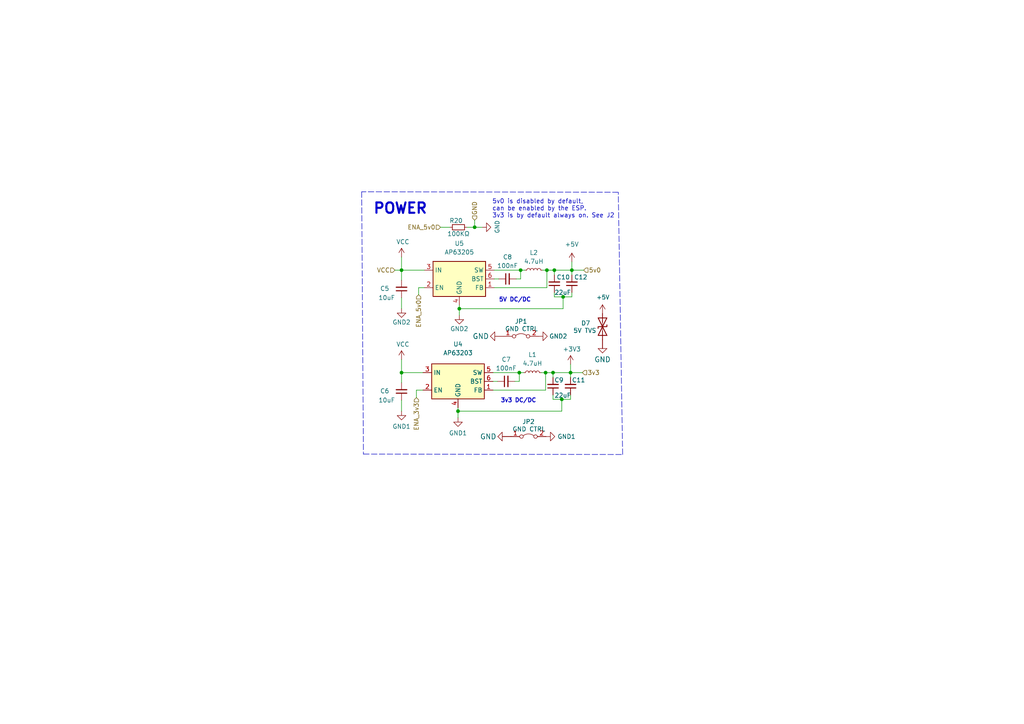
<source format=kicad_sch>
(kicad_sch (version 20211123) (generator eeschema)
  (paper "A4")
  (lib_symbols
    (symbol "Device:C_Small" (pin_numbers hide) (pin_names (offset 0.254) hide)
      (property "Reference" "C" (at 0.254 1.778 0))
      (property "Value" "C_Small" (at 0.254 -2.032 0))
      (symbol "C_Small_0_1"
        (polyline (pts (xy -1.524 -0.508) (xy 1.524 -0.508)) (stroke (width 0.3302)))
        (polyline (pts (xy -1.524 0.508) (xy 1.524 0.508)) (stroke (width 0.3048)))
      )
      (symbol "C_Small_1_1"
        (pin passive line (at 0 2.54 270) (length 2.032) (name "~") (number "1"))
        (pin passive line (at 0 -2.54 90) (length 2.032) (name "~") (number "2"))
      )
    )
    (symbol "Device:D_TVS" (pin_numbers hide) (pin_names (offset 1.016) hide)
      (property "Reference" "D" (at 0 2.54 0))
      (property "Value" "D_TVS" (at 0 -2.54 0))
      (symbol "D_TVS_0_1"
        (polyline (pts (xy 1.27 0) (xy -1.27 0)))
        (polyline (pts (xy 0.508 1.27) (xy 0 1.27) (xy 0 -1.27) (xy -0.508 -1.27)) (stroke (width 0.254)))
        (polyline (pts (xy -2.54 1.27) (xy -2.54 -1.27) (xy 2.54 1.27) (xy 2.54 -1.27) (xy -2.54 1.27)) (stroke (width 0.254)))
      )
      (symbol "D_TVS_1_1"
        (pin passive line (at -3.81 0 0) (length 2.54) (name "A1") (number "1"))
        (pin passive line (at 3.81 0 180) (length 2.54) (name "A2") (number "2"))
      )
    )
    (symbol "Device:L_Small" (pin_numbers hide) (pin_names (offset 0.254) hide)
      (property "Reference" "L" (at 0.762 1.016 0))
      (property "Value" "L_Small" (at 0.762 -1.016 0))
      (symbol "L_Small_0_1"
        (arc (start 0 -2.032) (mid 0.508 -1.524) (end 0 -1.016))
        (arc (start 0 -1.016) (mid 0.508 -0.508) (end 0 0))
        (arc (start 0 0) (mid 0.508 0.508) (end 0 1.016))
        (arc (start 0 1.016) (mid 0.508 1.524) (end 0 2.032))
      )
      (symbol "L_Small_1_1"
        (pin passive line (at 0 2.54 270) (length 0.508) (name "~") (number "1"))
        (pin passive line (at 0 -2.54 90) (length 0.508) (name "~") (number "2"))
      )
    )
    (symbol "Device:R_Small" (pin_numbers hide) (pin_names (offset 0.254) hide)
      (property "Reference" "R" (at 0.762 0.508 0))
      (property "Value" "R_Small" (at 0.762 -1.016 0))
      (symbol "R_Small_0_1"
        (rectangle (start -0.762 1.778) (end 0.762 -1.778) (stroke (width 0.2032)))
      )
      (symbol "R_Small_1_1"
        (pin passive line (at 0 2.54 270) (length 0.762) (name "~") (number "1"))
        (pin passive line (at 0 -2.54 90) (length 0.762) (name "~") (number "2"))
      )
    )
    (symbol "Jumper:Jumper_2_Bridged" (pin_names (offset 0) hide)
      (property "Reference" "JP" (at 0 1.905 0))
      (property "Value" "Jumper_2_Bridged" (at 0 -2.54 0))
      (symbol "Jumper_2_Bridged_0_0"
        (circle (center -2.032 0) (radius 0.508))
        (circle (center 2.032 0) (radius 0.508))
      )
      (symbol "Jumper_2_Bridged_0_1"
        (arc (start 1.524 0.254) (mid 0 0.762) (end -1.524 0.254))
      )
      (symbol "Jumper_2_Bridged_1_1"
        (pin passive line (at -5.08 0 0) (length 2.54) (name "A") (number "1"))
        (pin passive line (at 5.08 0 180) (length 2.54) (name "B") (number "2"))
      )
    )
    (symbol "PDB_Symbols:GND" (power) (pin_names (offset 1.016))
      (property "Value" "GND" (at -1.905 -3.175 0))
      (symbol "GND_1_0"
        (polyline (pts (xy -1.27 0) (xy 1.27 0)))
        (polyline (pts (xy 0 -1.27) (xy -1.27 0)))
        (polyline (pts (xy 1.27 0) (xy 0 -1.27)))
        (pin power_in line (at 0 2.54 270) (length 2.54) (name "GND") (number "1"))
      )
    )
    (symbol "Regulator_Switching:AP63200WU"
      (property "Reference" "U" (at -7.62 6.35 0))
      (property "Value" "AP63200WU" (at 2.54 6.35 0))
      (symbol "AP63200WU_0_1"
        (rectangle (start -7.62 5.08) (end 7.62 -5.08) (stroke (width 0.254)) (fill (type background)))
      )
      (symbol "AP63200WU_1_1"
        (pin input line (at 10.16 -2.54 180) (length 2.54) (name "FB") (number "1"))
        (pin input line (at -10.16 -2.54 0) (length 2.54) (name "EN") (number "2"))
        (pin power_in line (at -10.16 2.54 0) (length 2.54) (name "IN") (number "3"))
        (pin power_in line (at 0 -7.62 90) (length 2.54) (name "GND") (number "4"))
        (pin output line (at 10.16 2.54 180) (length 2.54) (name "SW") (number "5"))
        (pin passive line (at 10.16 0 180) (length 2.54) (name "BST") (number "6"))
      )
    )
    (symbol "power:+3V3" (power) (pin_names (offset 0))
      (property "Value" "+3V3" (at 0 3.556 0))
      (symbol "+3V3_0_1"
        (polyline (pts (xy -0.762 1.27) (xy 0 2.54)))
        (polyline (pts (xy 0 0) (xy 0 2.54)))
        (polyline (pts (xy 0 2.54) (xy 0.762 1.27)))
      )
      (symbol "+3V3_1_1"
        (pin power_in line (at 0 0 90) (length 0) hide (name "+3V3") (number "1"))
      )
    )
    (symbol "power:+5V" (power) (pin_names (offset 0))
      (property "Value" "+5V" (at 0 3.556 0))
      (symbol "+5V_0_1"
        (polyline (pts (xy -0.762 1.27) (xy 0 2.54)))
        (polyline (pts (xy 0 0) (xy 0 2.54)))
        (polyline (pts (xy 0 2.54) (xy 0.762 1.27)))
      )
      (symbol "+5V_1_1"
        (pin power_in line (at 0 0 90) (length 0) hide (name "+5V") (number "1"))
      )
    )
    (symbol "power:GND" (power) (pin_names (offset 0))
      (property "Value" "GND" (at 0 -3.81 0))
      (symbol "GND_0_1"
        (polyline (pts (xy 0 0) (xy 0 -1.27) (xy 1.27 -1.27) (xy 0 -2.54) (xy -1.27 -1.27) (xy 0 -1.27)))
      )
      (symbol "GND_1_1"
        (pin power_in line (at 0 0 270) (length 0) hide (name "GND") (number "1"))
      )
    )
    (symbol "power:GND1" (power) (pin_names (offset 0))
      (property "Value" "GND1" (at 0 -3.81 0))
      (symbol "GND1_0_1"
        (polyline (pts (xy 0 0) (xy 0 -1.27) (xy 1.27 -1.27) (xy 0 -2.54) (xy -1.27 -1.27) (xy 0 -1.27)))
      )
      (symbol "GND1_1_1"
        (pin power_in line (at 0 0 270) (length 0) hide (name "GND1") (number "1"))
      )
    )
    (symbol "power:GND2" (power) (pin_names (offset 0))
      (property "Value" "GND2" (at 0 -3.81 0))
      (symbol "GND2_0_1"
        (polyline (pts (xy 0 0) (xy 0 -1.27) (xy 1.27 -1.27) (xy 0 -2.54) (xy -1.27 -1.27) (xy 0 -1.27)))
      )
      (symbol "GND2_1_1"
        (pin power_in line (at 0 0 270) (length 0) hide (name "GND2") (number "1"))
      )
    )
    (symbol "power:VCC" (power) (pin_names (offset 0))
      (property "Value" "VCC" (at 0 3.81 0))
      (symbol "VCC_0_1"
        (polyline (pts (xy -0.762 1.27) (xy 0 2.54)))
        (polyline (pts (xy 0 0) (xy 0 2.54)))
        (polyline (pts (xy 0 2.54) (xy 0.762 1.27)))
      )
      (symbol "VCC_1_1"
        (pin power_in line (at 0 0 90) (length 0) hide (name "VCC") (number "1"))
      )
    )
  )
  (junction (at 162.941 115.824))
  (junction (at 160.401 108.077))
  (junction (at 132.842 119.253))
  (junction (at 158.623 78.359))
  (junction (at 160.782 78.359))
  (junction (at 137.668 65.913))
  (junction (at 165.862 78.359))
  (junction (at 116.459 78.359))
  (junction (at 151.003 78.359))
  (junction (at 150.622 108.077))
  (junction (at 163.322 86.106))
  (junction (at 133.223 89.535))
  (junction (at 116.459 108.077))
  (junction (at 158.242 108.077))
  (junction (at 165.481 108.077))
  (wire (pts (xy 116.459 74.549) (xy 116.459 78.359)))
  (wire (pts (xy 143.002 110.617) (xy 144.272 110.617)))
  (wire (pts (xy 168.91 108.077) (xy 165.481 108.077)))
  (wire (pts (xy 116.459 86.36) (xy 116.459 89.535)))
  (wire (pts (xy 150.622 110.617) (xy 150.622 108.077)))
  (wire (pts (xy 139.827 65.913) (xy 137.668 65.913)))
  (wire (pts (xy 160.782 78.359) (xy 160.782 79.756)))
  (wire (pts (xy 116.459 110.998) (xy 116.459 108.077)))
  (wire (pts (xy 114.554 78.359) (xy 116.459 78.359)))
  (wire (pts (xy 163.322 86.106) (xy 165.862 86.106)))
  (wire (pts (xy 122.682 113.157) (xy 120.777 113.157)))
  (wire (pts (xy 162.941 115.824) (xy 165.481 115.824)))
  (wire (pts (xy 158.242 108.077) (xy 160.401 108.077)))
  (wire (pts (xy 143.383 78.359) (xy 151.003 78.359)))
  (wire (pts (xy 116.459 78.359) (xy 123.063 78.359)))
  (wire (pts (xy 158.623 78.359) (xy 158.623 83.439)))
  (wire (pts (xy 158.242 108.077) (xy 156.972 108.077)))
  (wire (pts (xy 169.291 78.359) (xy 165.862 78.359)))
  (wire (pts (xy 116.459 116.078) (xy 116.459 119.253)))
  (wire (pts (xy 165.862 78.359) (xy 165.862 79.756)))
  (wire (pts (xy 160.401 114.554) (xy 160.401 115.824)))
  (polyline (pts (xy 179.324 55.753) (xy 104.902 55.626)))
  (wire (pts (xy 123.063 83.439) (xy 121.412 83.439)))
  (wire (pts (xy 165.862 86.106) (xy 165.862 84.836)))
  (wire (pts (xy 160.401 108.077) (xy 165.481 108.077)))
  (wire (pts (xy 151.003 80.899) (xy 151.003 78.359)))
  (wire (pts (xy 165.862 75.946) (xy 165.862 78.359)))
  (wire (pts (xy 130.429 65.913) (xy 127.762 65.913)))
  (wire (pts (xy 132.842 119.253) (xy 132.842 121.158)))
  (wire (pts (xy 137.668 65.913) (xy 135.509 65.913)))
  (wire (pts (xy 151.892 108.077) (xy 150.622 108.077)))
  (wire (pts (xy 116.459 81.28) (xy 116.459 78.359)))
  (wire (pts (xy 133.223 89.535) (xy 163.322 89.535)))
  (wire (pts (xy 152.273 78.359) (xy 151.003 78.359)))
  (wire (pts (xy 149.733 80.899) (xy 151.003 80.899)))
  (wire (pts (xy 137.668 63.881) (xy 137.668 65.913)))
  (wire (pts (xy 121.412 83.439) (xy 121.412 85.471)))
  (polyline (pts (xy 105.41 131.699) (xy 180.594 131.826)))
  (wire (pts (xy 160.782 86.106) (xy 163.322 86.106)))
  (wire (pts (xy 158.623 78.359) (xy 157.353 78.359)))
  (wire (pts (xy 158.242 108.077) (xy 158.242 113.157)))
  (polyline (pts (xy 104.902 55.626) (xy 105.41 131.699)))
  (wire (pts (xy 133.223 88.519) (xy 133.223 89.535)))
  (wire (pts (xy 133.223 89.535) (xy 133.223 91.44)))
  (wire (pts (xy 149.352 110.617) (xy 150.622 110.617)))
  (wire (pts (xy 120.777 113.157) (xy 120.777 115.316)))
  (wire (pts (xy 160.401 108.077) (xy 160.401 109.474)))
  (wire (pts (xy 160.401 115.824) (xy 162.941 115.824)))
  (wire (pts (xy 160.782 84.836) (xy 160.782 86.106)))
  (wire (pts (xy 132.842 119.253) (xy 162.941 119.253)))
  (wire (pts (xy 143.002 108.077) (xy 150.622 108.077)))
  (polyline (pts (xy 180.594 131.826) (xy 179.324 55.753)))
  (wire (pts (xy 158.623 83.439) (xy 143.383 83.439)))
  (wire (pts (xy 162.941 119.253) (xy 162.941 115.824)))
  (wire (pts (xy 116.459 104.267) (xy 116.459 108.077)))
  (wire (pts (xy 165.481 108.077) (xy 165.481 109.474)))
  (wire (pts (xy 143.383 80.899) (xy 144.653 80.899)))
  (wire (pts (xy 163.322 89.535) (xy 163.322 86.106)))
  (wire (pts (xy 132.842 118.237) (xy 132.842 119.253)))
  (wire (pts (xy 165.481 115.824) (xy 165.481 114.554)))
  (wire (pts (xy 160.782 78.359) (xy 165.862 78.359)))
  (wire (pts (xy 158.623 78.359) (xy 160.782 78.359)))
  (wire (pts (xy 165.481 105.664) (xy 165.481 108.077)))
  (wire (pts (xy 158.242 113.157) (xy 143.002 113.157)))
  (wire (pts (xy 116.459 108.077) (xy 122.682 108.077)))
  (text "5V DC/DC\n" (at 144.653 87.757 0) (effects (font (size 1.1938 1.1938) (thickness 0.2388) bold) (justify left bottom)))
  (text "5v0 is disabled by default, \ncan be enabled by the ESP.\n3v3 is by default always on. See J2" (at 142.748 63.373 0) (effects (font (size 1.27 1.27)) (justify left bottom)))
  (text "POWER" (at 108.077 62.357 0) (effects (font (size 2.9972 2.9972) (thickness 0.5994) bold) (justify left bottom)))
  (text "3v3 DC/DC\n" (at 145.161 116.967 0) (effects (font (size 1.1938 1.1938) (thickness 0.2388) bold) (justify left bottom)))
  (hierarchical_label "ENA_5v0" (shape input) (at 121.412 85.471 270))
  (hierarchical_label "5v0" (shape input) (at 169.291 78.359 0))
  (hierarchical_label "ENA_5v0" (shape input) (at 127.762 65.913 180))
  (hierarchical_label "VCC" (shape input) (at 114.554 78.359 180))
  (hierarchical_label "3v3" (shape input) (at 168.91 108.077 0))
  (hierarchical_label "ENA_3v3" (shape input) (at 120.777 115.316 270))
  (hierarchical_label "GND" (shape input) (at 137.668 63.881 90))
  (symbol (lib_id "Device:C_Small") (at 146.812 110.617 90) (unit 1)
    (property "Reference" "C7" (at 146.8183 104.267 90))
    (property "Value" "100nF" (at 146.8183 106.807 90))
    (property "Footprint" "Capacitor_SMD:C_0603_1608Metric" (effects hide))
    (property "LCSC" "C30926" (effects hide))
  )
  (symbol (lib_id "Regulator_Switching:AP63200WU") (at 133.223 80.899 0) (unit 1)
    (property "Reference" "U5" (at 133.223 70.612 0))
    (property "Value" "AP63205" (at 133.223 73.152 0))
    (property "Footprint" "Package_TO_SOT_SMD:TSOT-23-6" (effects hide))
    (property "Datasheet" "https://www.diodes.com/assets/Datasheets/AP63200-AP63201-AP63203-AP63205.pdf" (effects hide))
    (property "TME" "AP63205WU-7" (effects hide))
  )
  (symbol (lib_id "Jumper:Jumper_2_Bridged") (at 153.289 126.619 0) (unit 1)
    (property "Reference" "JP2" (at 153.289 122.301 0))
    (property "Value" "GND CTRL" (at 153.416 124.46 0))
    (property "Footprint" "Jumper:SolderJumper-2_P1.3mm_Bridged_RoundedPad1.0x1.5mm" (effects hide))
  )
  (symbol (lib_id "power:GND1") (at 116.459 119.253 0) (unit 1)
    (property "Reference" "#PWR057" (effects hide))
    (property "Value" "GND1" (at 116.459 123.698 0))
  )
  (symbol (lib_id "Device:C_Small") (at 116.459 83.82 180) (unit 1)
    (property "Reference" "C5" (at 110.236 83.693 0) (effects (justify right)))
    (property "Value" "10uF" (at 109.728 86.36 0) (effects (justify right)))
    (property "Footprint" "Capacitor_SMD:C_0603_1608Metric" (effects hide))
    (property "LCSC" "C15850" (effects hide))
  )
  (symbol (lib_id "Device:C_Small") (at 160.401 112.014 180) (unit 1)
    (property "Reference" "C9" (at 160.782 110.236 0) (effects (justify right)))
    (property "Value" "10uF" (effects hide))
    (property "Footprint" "Capacitor_SMD:C_0603_1608Metric" (effects hide))
    (property "LCSC" "C59461" (effects hide))
  )
  (symbol (lib_id "Device:L_Small") (at 154.813 78.359 90) (unit 1)
    (property "Reference" "L2" (at 154.813 73.279 90))
    (property "Value" "4.7uH" (at 154.813 75.819 90))
    (property "Footprint" "Inductor_SMD:L_0603_1608Metric" (effects hide))
    (property "LCSC" "C1034" (effects hide))
  )
  (symbol (lib_id "PDB_Symbols:GND") (at 143.51 97.536 270) (mirror x) (unit 1)
    (property "Reference" "#SUPPLY06" (effects hide))
    (property "Value" "GND" (at 139.446 97.536 90) (effects (font (size 1.4986 1.4986))))
  )
  (symbol (lib_id "Regulator_Switching:AP63200WU") (at 132.842 110.617 0) (unit 1)
    (property "Reference" "U4" (at 132.842 99.822 0))
    (property "Value" "AP63203" (at 132.842 102.362 0))
    (property "Footprint" "Package_TO_SOT_SMD:TSOT-23-6" (effects hide))
    (property "Datasheet" "https://www.diodes.com/assets/Datasheets/AP63200-AP63201-AP63203-AP63205.pdf" (effects hide))
    (property "TME" "AP63203WU-7" (effects hide))
  )
  (symbol (lib_id "Device:C_Small") (at 116.459 113.538 180) (unit 1)
    (property "Reference" "C6" (at 110.236 113.411 0) (effects (justify right)))
    (property "Value" "10uF" (at 109.728 116.078 0) (effects (justify right)))
    (property "Footprint" "Capacitor_SMD:C_0603_1608Metric" (effects hide))
    (property "LCSC" "C15850" (effects hide))
  )
  (symbol (lib_id "Device:C_Small") (at 160.782 82.296 180) (unit 1)
    (property "Reference" "C10" (at 161.417 80.391 0) (effects (justify right)))
    (property "Value" "22uF" (effects hide))
    (property "Footprint" "Capacitor_SMD:C_0603_1608Metric" (effects hide))
    (property "LCSC" "C59461" (effects hide))
  )
  (symbol (lib_id "power:GND2") (at 133.223 91.44 0) (unit 1)
    (property "Reference" "#PWR059" (effects hide))
    (property "Value" "GND2" (at 133.223 95.377 0))
  )
  (symbol (lib_id "power:GND1") (at 158.369 126.619 90) (unit 1)
    (property "Reference" "#PWR062" (effects hide))
    (property "Value" "GND1" (at 161.671 126.6189 90) (effects (justify right)))
  )
  (symbol (lib_id "PDB_Symbols:GND") (at 145.669 126.619 270) (mirror x) (unit 1)
    (property "Reference" "#SUPPLY07" (effects hide))
    (property "Value" "GND" (at 141.605 126.619 90) (effects (font (size 1.4986 1.4986))))
  )
  (symbol (lib_id "power:+5V") (at 165.862 75.946 0) (unit 1)
    (property "Reference" "#PWR064" (effects hide))
    (property "Value" "+5V" (at 165.862 70.866 0))
  )
  (symbol (lib_id "power:GND2") (at 156.21 97.536 90) (unit 1)
    (property "Reference" "#PWR061" (effects hide))
    (property "Value" "GND2" (at 161.925 97.536 90))
  )
  (symbol (lib_id "Device:D_TVS") (at 174.752 94.742 270) (mirror x) (unit 1)
    (property "Reference" "D7" (at 168.529 93.726 90) (effects (justify left)))
    (property "Value" "5V TVS" (at 166.243 95.885 90) (effects (justify left)))
    (property "Footprint" "Diode_SMD:D_SOD-323" (effects hide))
    (property "LCSC" "C384858" (effects hide))
  )
  (symbol (lib_id "power:+5V") (at 174.752 90.932 0) (mirror y) (unit 1)
    (property "Reference" "#PWR065" (effects hide))
    (property "Value" "+5V" (at 174.879 86.233 0) (effects (font (size 1.2 1.2))))
  )
  (symbol (lib_id "power:GND1") (at 132.842 121.158 0) (unit 1)
    (property "Reference" "#PWR058" (effects hide))
    (property "Value" "GND1" (at 132.842 125.603 0))
  )
  (symbol (lib_id "power:VCC") (at 116.459 104.267 0) (unit 1)
    (property "Reference" "#PWR056" (effects hide))
    (property "Value" "VCC" (at 116.84 99.8728 0))
  )
  (symbol (lib_id "Device:R_Small") (at 132.969 65.913 90) (mirror x) (unit 1)
    (property "Reference" "R20" (at 134.239 64.008 90) (effects (justify left)))
    (property "Value" "100KΩ" (at 136.271 67.818 90) (effects (justify left)))
    (property "Footprint" "Resistor_SMD:R_0603_1608Metric" (effects hide))
    (property "LCSC" "C2906980" (effects hide))
  )
  (symbol (lib_id "power:GND2") (at 116.459 89.535 0) (unit 1)
    (property "Reference" "#PWR055" (effects hide))
    (property "Value" "GND2" (at 116.459 93.472 0))
  )
  (symbol (lib_id "Device:C_Small") (at 165.481 112.014 180) (unit 1)
    (property "Reference" "C11" (at 165.862 110.236 0) (effects (justify right)))
    (property "Value" "22uF" (at 160.782 114.681 0) (effects (justify right)))
    (property "Footprint" "Capacitor_SMD:C_0603_1608Metric" (effects hide))
    (property "LCSC" "C59461" (effects hide))
  )
  (symbol (lib_id "Device:C_Small") (at 147.193 80.899 90) (unit 1)
    (property "Reference" "C8" (at 147.1993 74.549 90))
    (property "Value" "100nF" (at 147.1993 77.089 90))
    (property "Footprint" "Capacitor_SMD:C_0603_1608Metric" (effects hide))
    (property "LCSC" "C30926" (effects hide))
  )
  (symbol (lib_id "Device:C_Small") (at 165.862 82.296 180) (unit 1)
    (property "Reference" "C12" (at 166.497 80.391 0) (effects (justify right)))
    (property "Value" "22uF" (at 160.782 84.836 0) (effects (justify right)))
    (property "Footprint" "Capacitor_SMD:C_0603_1608Metric" (effects hide))
    (property "LCSC" "C59461" (effects hide))
  )
  (symbol (lib_id "power:+3V3") (at 165.481 105.664 0) (unit 1)
    (property "Reference" "#PWR063" (effects hide))
    (property "Value" "+3V3" (at 165.862 101.2698 0))
  )
  (symbol (lib_id "PDB_Symbols:GND") (at 174.752 101.092 0) (mirror y) (unit 1)
    (property "Reference" "#SUPPLY08" (effects hide))
    (property "Value" "GND" (at 174.752 104.267 0) (effects (font (size 1.4986 1.4986))))
  )
  (symbol (lib_id "Device:L_Small") (at 154.432 108.077 90) (unit 1)
    (property "Reference" "L1" (at 154.432 102.87 90))
    (property "Value" "4.7uH" (at 154.432 105.41 90))
    (property "Footprint" "Inductor_SMD:L_0603_1608Metric" (effects hide))
    (property "LCSC" "C1034" (effects hide))
  )
  (symbol (lib_id "power:GND") (at 139.827 65.913 90) (unit 1)
    (property "Reference" "#PWR060" (effects hide))
    (property "Value" "GND" (at 144.2212 65.786 0) (effects (font (size 1.2 1.2))))
  )
  (symbol (lib_id "power:VCC") (at 116.459 74.549 0) (unit 1)
    (property "Reference" "#PWR054" (effects hide))
    (property "Value" "VCC" (at 116.84 70.1548 0))
  )
  (symbol (lib_id "Jumper:Jumper_2_Bridged") (at 151.13 97.536 0) (unit 1)
    (property "Reference" "JP1" (at 151.13 93.218 0))
    (property "Value" "GND CTRL" (at 151.257 95.377 0))
    (property "Footprint" "Jumper:SolderJumper-2_P1.3mm_Bridged_RoundedPad1.0x1.5mm" (effects hide))
  )
)
</source>
